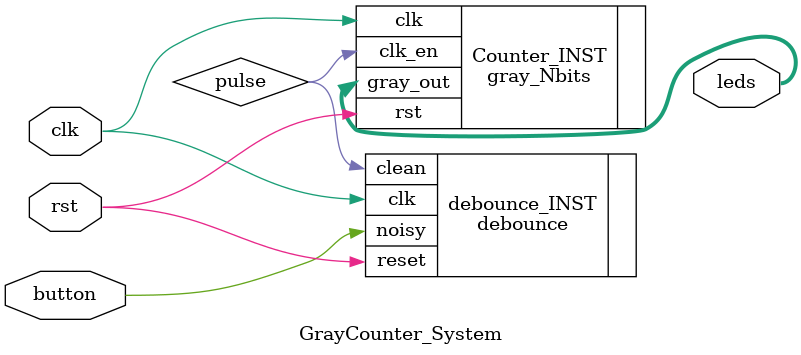
<source format=v>

`timescale 1ns / 1ps
module GrayCounter_System(clk, rst, button, leds);
  parameter N = 8;
  input clk, rst, button;
  output [N-1:0] leds;
  wire pulse;
    
  // Instantiation of the GrayCounter_Pulse 
  // Here
	debounce debounce_INST ( .reset( rst ), .clk( clk ), .noisy( button ), .clean( pulse ) );


  // Instantiation of the gray_Nbits 
  // Epae
  gray_Nbits Counter_INST (
    .clk ( clk ),
    .clk_en ( pulse ),
    .rst ( rst ),
    .gray_out ( leds )
  );


endmodule

</source>
